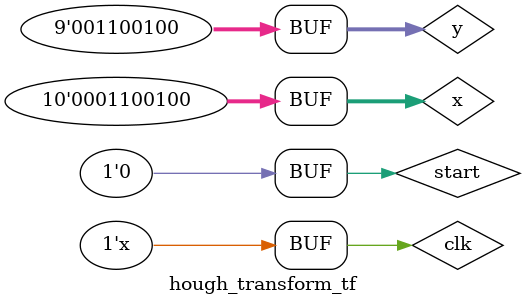
<source format=v>
`timescale 1ns / 1ps


module hough_transform_tf;

	// Inputs
	reg clk;
	reg start;
	reg [9:0] x;
	reg [8:0] y;

	// Outputs
	wire done;
	wire start_transmit;
	wire [7:0] transmit_angle;
	wire [12:0] transmit_r;
	// Instantiate the Unit Under Test (UUT)
	hough_transform_calculate uut (
		.clk(clk), 
		.start(start), 
		.done(done), 
		.x(x), 
		.y(y),
		.start_transmit(start_transmit),
		.transmit_r(transmit_r),
		.transmit_angle(transmit_angle)
	);

	always #5 clk=~clk;

	initial begin
		// Initialize Inputs
		clk = 0;
		start = 0;
		x = 100;
		y = 100;

		// Wait 100 ns for global reset to finish
		#100;
        
		// Add stimulus here
		start = 1;
		#10;
		start = 0;
	end
      
endmodule


</source>
